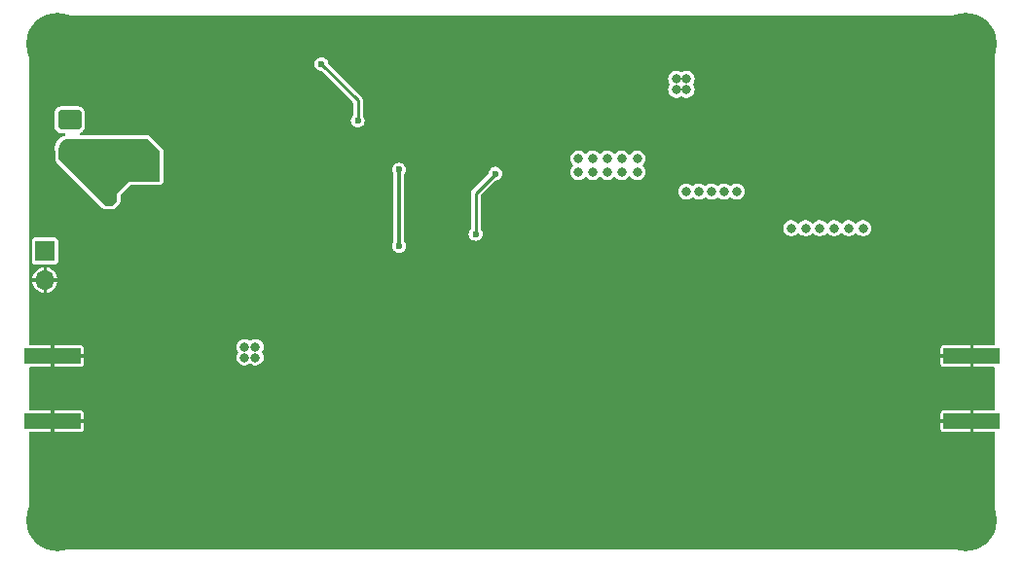
<source format=gbl>
%TF.GenerationSoftware,KiCad,Pcbnew,7.0.1*%
%TF.CreationDate,2023-07-29T01:53:36-07:00*%
%TF.ProjectId,FET_Amplifier_HW,4645545f-416d-4706-9c69-666965725f48,rev?*%
%TF.SameCoordinates,PX4b571c0PY5a995c0*%
%TF.FileFunction,Copper,L4,Bot*%
%TF.FilePolarity,Positive*%
%FSLAX46Y46*%
G04 Gerber Fmt 4.6, Leading zero omitted, Abs format (unit mm)*
G04 Created by KiCad (PCBNEW 7.0.1) date 2023-07-29 01:53:36*
%MOMM*%
%LPD*%
G01*
G04 APERTURE LIST*
G04 Aperture macros list*
%AMRoundRect*
0 Rectangle with rounded corners*
0 $1 Rounding radius*
0 $2 $3 $4 $5 $6 $7 $8 $9 X,Y pos of 4 corners*
0 Add a 4 corners polygon primitive as box body*
4,1,4,$2,$3,$4,$5,$6,$7,$8,$9,$2,$3,0*
0 Add four circle primitives for the rounded corners*
1,1,$1+$1,$2,$3*
1,1,$1+$1,$4,$5*
1,1,$1+$1,$6,$7*
1,1,$1+$1,$8,$9*
0 Add four rect primitives between the rounded corners*
20,1,$1+$1,$2,$3,$4,$5,0*
20,1,$1+$1,$4,$5,$6,$7,0*
20,1,$1+$1,$6,$7,$8,$9,0*
20,1,$1+$1,$8,$9,$2,$3,0*%
G04 Aperture macros list end*
%TA.AperFunction,SMDPad,CuDef*%
%ADD10R,4.900000X1.350000*%
%TD*%
%TA.AperFunction,ComponentPad*%
%ADD11R,1.700000X1.700000*%
%TD*%
%TA.AperFunction,ComponentPad*%
%ADD12O,1.700000X1.700000*%
%TD*%
%TA.AperFunction,ComponentPad*%
%ADD13C,0.800000*%
%TD*%
%TA.AperFunction,ComponentPad*%
%ADD14C,5.400000*%
%TD*%
%TA.AperFunction,ComponentPad*%
%ADD15RoundRect,0.250000X-0.750000X0.600000X-0.750000X-0.600000X0.750000X-0.600000X0.750000X0.600000X0*%
%TD*%
%TA.AperFunction,ComponentPad*%
%ADD16O,2.000000X1.700000*%
%TD*%
%TA.AperFunction,ViaPad*%
%ADD17C,0.600000*%
%TD*%
%TA.AperFunction,ViaPad*%
%ADD18C,0.800000*%
%TD*%
%TA.AperFunction,Conductor*%
%ADD19C,0.250000*%
%TD*%
%TA.AperFunction,Conductor*%
%ADD20C,0.350000*%
%TD*%
G04 APERTURE END LIST*
D10*
%TO.P,J1,2,Ext*%
%TO.N,GND*%
X2550000Y17325000D03*
X2550000Y11675000D03*
%TD*%
D11*
%TO.P,J2,1,Pin_1*%
%TO.N,/Power Conversion/BOOST_EN*%
X1900000Y26475000D03*
D12*
%TO.P,J2,2,Pin_2*%
%TO.N,GND*%
X1900000Y23935000D03*
%TD*%
D13*
%TO.P,H4,1,1*%
%TO.N,GND*%
X975000Y3000000D03*
X1568109Y4431891D03*
X1568109Y1568109D03*
X3000000Y5025000D03*
D14*
X3000000Y3000000D03*
D13*
X3000000Y975000D03*
X4431891Y4431891D03*
X4431891Y1568109D03*
X5025000Y3000000D03*
%TD*%
%TO.P,H1,1,1*%
%TO.N,GND*%
X975000Y44500000D03*
X1568109Y45931891D03*
X1568109Y43068109D03*
X3000000Y46525000D03*
D14*
X3000000Y44500000D03*
D13*
X3000000Y42475000D03*
X4431891Y45931891D03*
X4431891Y43068109D03*
X5025000Y44500000D03*
%TD*%
D10*
%TO.P,J5,2,Ext*%
%TO.N,GND*%
X82500000Y11675000D03*
X82500000Y17325000D03*
%TD*%
D15*
%TO.P,J3,1,Pin_1*%
%TO.N,/Power Conversion/VIN_EXT*%
X4050000Y37900000D03*
D16*
%TO.P,J3,2,Pin_2*%
%TO.N,/Power Conversion/BATT_GND*%
X4050000Y35400000D03*
%TD*%
D13*
%TO.P,H3,1,1*%
%TO.N,GND*%
X79975000Y3000000D03*
X80568109Y4431891D03*
X80568109Y1568109D03*
X82000000Y5025000D03*
D14*
X82000000Y3000000D03*
D13*
X82000000Y975000D03*
X83431891Y4431891D03*
X83431891Y1568109D03*
X84025000Y3000000D03*
%TD*%
%TO.P,H2,1,1*%
%TO.N,GND*%
X79975000Y44500000D03*
X80568109Y45931891D03*
X80568109Y43068109D03*
X82000000Y46525000D03*
D14*
X82000000Y44500000D03*
D13*
X82000000Y42475000D03*
X83431891Y45931891D03*
X83431891Y43068109D03*
X84025000Y44500000D03*
%TD*%
D17*
%TO.N,GND*%
X5550000Y17300000D03*
X2500000Y18550000D03*
X2500000Y10400000D03*
X8800000Y15350000D03*
X8800000Y13650000D03*
X6500000Y13650000D03*
X6500000Y15350000D03*
X5200000Y15800000D03*
X3850000Y15800000D03*
X2500000Y15800000D03*
X3850000Y13200000D03*
X5200000Y13200000D03*
X5550000Y11700000D03*
X2500000Y13200000D03*
X12650000Y5900000D03*
X11200000Y8700000D03*
X17950000Y5950000D03*
X21450000Y6050000D03*
X28150000Y7900000D03*
X25700000Y7900000D03*
X32100000Y6750000D03*
X31400000Y5850000D03*
X30000000Y9100000D03*
X30100000Y10800000D03*
X30350000Y14500000D03*
X31700000Y15300000D03*
%TO.N,BOOST_VOUT*%
X41050000Y33200000D03*
X39350000Y27950000D03*
%TO.N,GND*%
X52500000Y9600000D03*
X28550000Y19900000D03*
X33000000Y15800000D03*
X33000000Y13200000D03*
%TO.N,/Power Conversion/BOOST_EN*%
X25950000Y42750000D03*
X29100000Y37800000D03*
D18*
%TO.N,GND*%
X46350000Y21450000D03*
X44650000Y21450000D03*
X46350000Y7650000D03*
X44650000Y7650000D03*
X61000000Y15150000D03*
X58250000Y11200000D03*
D17*
X59750000Y10000000D03*
X65250000Y13550000D03*
X61275000Y10000000D03*
X62800000Y10000000D03*
X61550000Y13550000D03*
X66450000Y12050000D03*
X65850000Y10000000D03*
X66400000Y13200000D03*
X63400000Y13550000D03*
X66450000Y10950000D03*
X64325000Y10000000D03*
X78986440Y8085375D03*
X79000000Y6450000D03*
X78050000Y5050000D03*
X76187500Y5000000D03*
X74325000Y5000000D03*
X72462500Y5000000D03*
X68300000Y2200000D03*
X67400000Y1350000D03*
X66500000Y2200000D03*
X70600000Y5000000D03*
X69350000Y3700000D03*
X75100000Y8700000D03*
X73550000Y8600000D03*
X72250000Y8600000D03*
X70650000Y8550000D03*
X69050000Y8550000D03*
X67500000Y8000000D03*
X66650000Y7050000D03*
X65700000Y6200000D03*
X58300000Y4150000D03*
X58350000Y3000000D03*
X58300000Y5250000D03*
X61100000Y2650000D03*
X58950000Y6100000D03*
X60200000Y6200000D03*
X61500000Y6200000D03*
X59500000Y2650000D03*
X62750000Y2650000D03*
X64450000Y2650000D03*
X62850000Y6200000D03*
X64150000Y6200000D03*
X23950000Y5850000D03*
X24700000Y5250000D03*
X25400000Y5850000D03*
X28500000Y5850000D03*
X29250000Y5250000D03*
X29950000Y5850000D03*
X31950000Y9300000D03*
X32600000Y10050000D03*
X31950000Y10800000D03*
X75200000Y12900000D03*
X73400000Y12450000D03*
X71700000Y12450000D03*
X70050000Y12450000D03*
X68450000Y12450000D03*
X67300000Y12800000D03*
X67250000Y13950000D03*
X67250000Y15050000D03*
X67850000Y16000000D03*
X69150000Y16000000D03*
X70450000Y16000000D03*
X30900000Y45250000D03*
X29050000Y45250000D03*
X30000000Y45250000D03*
X51000000Y39750000D03*
X31120000Y36300000D03*
D18*
X56550000Y18750000D03*
X51950000Y18750000D03*
D17*
X71200000Y23400000D03*
D18*
X45500000Y22300000D03*
D17*
X44625000Y11100000D03*
X57675000Y37000000D03*
X75700000Y16000000D03*
D18*
X54350000Y18750000D03*
D17*
X45550000Y14100000D03*
X46475000Y16100000D03*
X14850000Y8050000D03*
X15850000Y8050000D03*
X62900000Y22150000D03*
D18*
X47200000Y20700000D03*
X49100000Y10800000D03*
D17*
X47400000Y12100000D03*
X82500000Y18650000D03*
X72100000Y23400000D03*
X43700000Y17100000D03*
X58525000Y37000000D03*
X47400000Y14100000D03*
X77000000Y10300000D03*
D18*
X59400000Y17400000D03*
D17*
X33620000Y35800000D03*
D18*
X53500000Y10800000D03*
D17*
X45550000Y13100000D03*
X46475000Y11100000D03*
X77000000Y16000000D03*
X45550000Y15100000D03*
X46475000Y15100000D03*
X45550000Y11100000D03*
D18*
X48500000Y7700000D03*
D17*
X45550000Y16100000D03*
X18100000Y11150000D03*
X34420000Y35800000D03*
X44625000Y12100000D03*
D18*
X46177140Y28000000D03*
D17*
X44625000Y16100000D03*
X64625000Y38000000D03*
D18*
X48905710Y28000000D03*
D17*
X45550000Y17100000D03*
X26050000Y35700000D03*
D18*
X48500000Y21500000D03*
D17*
X26020000Y33900000D03*
D18*
X49900000Y18750000D03*
D17*
X82500000Y10350000D03*
X14850000Y9250000D03*
D18*
X58250000Y12900000D03*
D17*
X21500000Y37750000D03*
D18*
X19050000Y23600000D03*
X43800000Y8400000D03*
X41800000Y10800000D03*
D17*
X14850000Y10450000D03*
X78300000Y16000000D03*
X73100000Y16000000D03*
X46000000Y18900000D03*
X45000000Y18900000D03*
X78400000Y10000000D03*
D18*
X43800000Y9900000D03*
D17*
X38150000Y16600000D03*
X16600000Y8200000D03*
X44625000Y18100000D03*
X47400000Y15100000D03*
X15350000Y9850000D03*
X37532233Y11032233D03*
X27000000Y35700000D03*
D18*
X48500000Y20000000D03*
D17*
X44625000Y17100000D03*
X14100000Y11200000D03*
X40150000Y11000000D03*
X46475000Y13100000D03*
D18*
X47541425Y28000000D03*
D17*
X63775000Y37000000D03*
X46450000Y39800000D03*
X15350000Y7450000D03*
X46000000Y10400000D03*
X44625000Y14100000D03*
D18*
X47200000Y6900000D03*
D17*
X61850000Y21800000D03*
X14100000Y10200000D03*
X82250000Y13000000D03*
X78300000Y13000000D03*
X45000000Y19700000D03*
X79400000Y17300000D03*
D18*
X42084285Y28000000D03*
D17*
X83550000Y16000000D03*
X43700000Y14100000D03*
D18*
X36650000Y20300000D03*
D17*
X44625000Y15100000D03*
X82250000Y16000000D03*
X16600000Y11200000D03*
D18*
X35770000Y28450000D03*
D17*
X61125000Y37000000D03*
X31620000Y37150000D03*
D18*
X47200000Y8400000D03*
D17*
X27000000Y29900000D03*
X15350000Y5850000D03*
X66525000Y38450000D03*
X31870000Y36300000D03*
X38300000Y17700000D03*
X62025000Y37000000D03*
X46475000Y12100000D03*
X66525000Y37700000D03*
D18*
X42500000Y9200000D03*
D17*
X25970000Y32800000D03*
X15850000Y10450000D03*
X62100000Y19150000D03*
X9000000Y40650000D03*
X79600000Y16000000D03*
X45550000Y18100000D03*
D18*
X43800000Y22300000D03*
D17*
X44625000Y13100000D03*
X41450000Y22100000D03*
X80900000Y13000000D03*
D18*
X7500000Y28600000D03*
X8000000Y27850000D03*
D17*
X26970000Y31750000D03*
X35200000Y13200000D03*
X47350000Y39800000D03*
X14100000Y9200000D03*
X16600000Y10200000D03*
X48200000Y39800000D03*
X27900000Y35700000D03*
X62100000Y20100000D03*
X7550000Y11150000D03*
D18*
X44812855Y28000000D03*
D17*
X47400000Y13100000D03*
X45000000Y9600000D03*
X41000000Y20300000D03*
X47400000Y18100000D03*
X62100000Y18300000D03*
D18*
X45500000Y20700000D03*
D17*
X71800000Y16000000D03*
X51850000Y39750000D03*
X43700000Y12100000D03*
D18*
X43800000Y20700000D03*
D17*
X25970000Y31750000D03*
D18*
X56500000Y12900000D03*
D17*
X59375000Y37000000D03*
X16600000Y9200000D03*
D18*
X31650000Y20400000D03*
X54900000Y11900000D03*
D17*
X65525000Y38400000D03*
X72950000Y23400000D03*
X15850000Y9250000D03*
D18*
X37970000Y28500000D03*
X9300000Y28650000D03*
X43800000Y19200000D03*
D17*
X75600000Y10000000D03*
D18*
X47200000Y9900000D03*
X18200000Y22650000D03*
D17*
X46475000Y17100000D03*
D18*
X50270000Y28000000D03*
X30250000Y20400000D03*
X47200000Y22300000D03*
D17*
X45550000Y12100000D03*
X46475000Y14100000D03*
D18*
X40720000Y28000000D03*
D17*
X23050000Y31650000D03*
X83550000Y13000000D03*
X43700000Y13100000D03*
X43700000Y11100000D03*
D18*
X47200000Y19200000D03*
D17*
X47400000Y16100000D03*
X15350000Y8650000D03*
X18720000Y32750000D03*
X17350000Y12650000D03*
D18*
X42500000Y7700000D03*
X8900000Y27850000D03*
X45500000Y6900000D03*
D17*
X26970000Y32800000D03*
X50100000Y39750000D03*
D18*
X58600000Y18750000D03*
D17*
X21520000Y31350000D03*
X43700000Y15100000D03*
X45000000Y10400000D03*
X46000000Y19700000D03*
X46000000Y9600000D03*
X14100000Y8200000D03*
X15350000Y11250000D03*
X26970000Y33900000D03*
X80900000Y16000000D03*
D18*
X48500000Y9200000D03*
D17*
X37450000Y13050000D03*
X62925000Y37000000D03*
X79400000Y11700000D03*
X9850000Y24800000D03*
D18*
X42500000Y20000000D03*
D17*
X39000000Y11500000D03*
X38250000Y12250000D03*
X43700000Y16100000D03*
D18*
X50800000Y10800000D03*
D17*
X43700000Y18100000D03*
X46475000Y18100000D03*
X79600000Y13000000D03*
X40500000Y18200000D03*
X74400000Y16000000D03*
X47400000Y17100000D03*
D18*
X45500000Y8400000D03*
X43800000Y6900000D03*
D17*
X47400000Y11100000D03*
X60800000Y21800000D03*
X14200000Y29050000D03*
X37400000Y15850000D03*
D18*
X59400000Y16100000D03*
D17*
X77000000Y13000000D03*
X59900000Y22200000D03*
D18*
X43448570Y28000000D03*
D17*
X35200000Y15800000D03*
X41650000Y18200000D03*
D18*
%TO.N,BOOST_VOUT*%
X56800000Y41450000D03*
X50800000Y34500000D03*
X50800000Y33350000D03*
X52050000Y33350000D03*
X49550000Y34500000D03*
X71800000Y28450000D03*
X56800000Y40500000D03*
X68050000Y28450000D03*
X66800000Y28450000D03*
X57700000Y41450000D03*
X73050000Y28450000D03*
X48300000Y33350000D03*
X49550000Y33350000D03*
X53400000Y33350000D03*
X70550000Y28450000D03*
X57700000Y40500000D03*
X69300000Y28450000D03*
X48300000Y34500000D03*
X53400000Y34500000D03*
X52050000Y34500000D03*
D17*
%TO.N,/Power Conversion/BATT_GND*%
X10900000Y34900000D03*
X7450000Y31800000D03*
X10900000Y33150000D03*
%TO.N,/Power Conversion/BOOST_DRV*%
X32700000Y26900000D03*
X32670000Y33550000D03*
D18*
%TO.N,V-5P0*%
X19250000Y18100000D03*
X62050000Y31650000D03*
X58787500Y31650000D03*
X60962500Y31650000D03*
X59875000Y31650000D03*
X57700000Y31650000D03*
X20200000Y17200000D03*
X20200000Y18100000D03*
X19250000Y17200000D03*
%TD*%
D19*
%TO.N,BOOST_VOUT*%
X39350000Y31500000D02*
X41050000Y33200000D01*
X39350000Y27950000D02*
X39350000Y31500000D01*
%TO.N,/Power Conversion/BOOST_EN*%
X29100000Y39600000D02*
X25950000Y42750000D01*
X29100000Y37800000D02*
X29100000Y39600000D01*
D20*
%TO.N,/Power Conversion/BOOST_DRV*%
X32670000Y26930000D02*
X32670000Y33550000D01*
X32700000Y26900000D02*
X32670000Y26930000D01*
%TD*%
%TA.AperFunction,Conductor*%
%TO.N,/Power Conversion/BATT_GND*%
G36*
X10796091Y36240561D02*
G01*
X10836319Y36213681D01*
X11863681Y35186319D01*
X11890561Y35146091D01*
X11900000Y35098638D01*
X11900000Y32624000D01*
X11883387Y32562000D01*
X11838000Y32516613D01*
X11776000Y32500000D01*
X9149999Y32500000D01*
X8150000Y31500001D01*
X8150000Y30851362D01*
X8140561Y30803909D01*
X8113681Y30763681D01*
X7786319Y30436319D01*
X7746091Y30409439D01*
X7698638Y30400000D01*
X7201362Y30400000D01*
X7153909Y30409439D01*
X7113681Y30436319D01*
X3136319Y34413681D01*
X3109439Y34453909D01*
X3100000Y34501362D01*
X3100000Y35248638D01*
X3109439Y35296091D01*
X3136319Y35336319D01*
X4013681Y36213681D01*
X4053909Y36240561D01*
X4101362Y36250000D01*
X10748638Y36250000D01*
X10796091Y36240561D01*
G37*
%TD.AperFunction*%
%TD*%
%TA.AperFunction,Conductor*%
%TO.N,GND*%
G36*
X81996091Y46990561D02*
G01*
X82036319Y46963681D01*
X84463681Y44536319D01*
X84490561Y44496091D01*
X84500000Y44448638D01*
X84500000Y18374000D01*
X84483387Y18312000D01*
X84438000Y18266613D01*
X84376000Y18250000D01*
X82650000Y18250000D01*
X82650000Y16400000D01*
X84376000Y16400000D01*
X84438000Y16383387D01*
X84483387Y16338000D01*
X84500000Y16276000D01*
X84500000Y12724000D01*
X84483387Y12662000D01*
X84438000Y12616613D01*
X84376000Y12600000D01*
X82650000Y12600000D01*
X82650000Y10750000D01*
X84376000Y10750000D01*
X84438000Y10733387D01*
X84483387Y10688000D01*
X84500000Y10626000D01*
X84500000Y3051362D01*
X84490561Y3003909D01*
X84463681Y2963681D01*
X82036319Y536319D01*
X81996091Y509439D01*
X81948638Y500000D01*
X3051362Y500000D01*
X3003909Y509439D01*
X2963681Y536319D01*
X536319Y2963681D01*
X509439Y3003909D01*
X500000Y3051362D01*
X500000Y10626000D01*
X516613Y10688000D01*
X562000Y10733387D01*
X624000Y10750000D01*
X2400000Y10750000D01*
X2400000Y11525000D01*
X2700000Y11525000D01*
X2700000Y10750000D01*
X5024625Y10750000D01*
X5097543Y10764505D01*
X5180239Y10819761D01*
X5235495Y10902457D01*
X5250000Y10975375D01*
X5250000Y11525000D01*
X79800000Y11525000D01*
X79800000Y10975375D01*
X79814504Y10902457D01*
X79869760Y10819761D01*
X79952456Y10764505D01*
X80025375Y10750000D01*
X82350000Y10750000D01*
X82350000Y11525000D01*
X79800000Y11525000D01*
X5250000Y11525000D01*
X2700000Y11525000D01*
X2400000Y11525000D01*
X2400000Y12600000D01*
X2700000Y12600000D01*
X2700000Y11825000D01*
X5250000Y11825000D01*
X79800000Y11825000D01*
X82350000Y11825000D01*
X82350000Y12600000D01*
X80025375Y12600000D01*
X79952456Y12585496D01*
X79869760Y12530240D01*
X79814504Y12447544D01*
X79800000Y12374625D01*
X79800000Y11825000D01*
X5250000Y11825000D01*
X5250000Y12374625D01*
X5235495Y12447544D01*
X5180239Y12530240D01*
X5097543Y12585496D01*
X5024625Y12600000D01*
X2700000Y12600000D01*
X2400000Y12600000D01*
X624000Y12600000D01*
X562000Y12616613D01*
X516613Y12662000D01*
X500000Y12724000D01*
X500000Y16276000D01*
X516613Y16338000D01*
X562000Y16383387D01*
X624000Y16400000D01*
X2400000Y16400000D01*
X2400000Y17175000D01*
X2700000Y17175000D01*
X2700000Y16400000D01*
X5024625Y16400000D01*
X5097543Y16414505D01*
X5180239Y16469761D01*
X5235495Y16552457D01*
X5250000Y16625375D01*
X5250000Y17175000D01*
X2700000Y17175000D01*
X2400000Y17175000D01*
X2400000Y17200000D01*
X18544354Y17200000D01*
X18564860Y17031128D01*
X18625182Y16872070D01*
X18721815Y16732073D01*
X18721816Y16732072D01*
X18721817Y16732071D01*
X18849148Y16619266D01*
X18999775Y16540210D01*
X19164944Y16499500D01*
X19335055Y16499500D01*
X19335056Y16499500D01*
X19500225Y16540210D01*
X19650852Y16619266D01*
X19650851Y16619266D01*
X19664184Y16626263D01*
X19665385Y16623975D01*
X19695299Y16639685D01*
X19754662Y16639694D01*
X19784615Y16623976D01*
X19785816Y16626263D01*
X19949773Y16540211D01*
X19949775Y16540210D01*
X20114944Y16499500D01*
X20285055Y16499500D01*
X20285056Y16499500D01*
X20450225Y16540210D01*
X20600852Y16619266D01*
X20728183Y16732071D01*
X20824818Y16872070D01*
X20885140Y17031128D01*
X20902609Y17175000D01*
X79800000Y17175000D01*
X79800000Y16625375D01*
X79814504Y16552457D01*
X79869760Y16469761D01*
X79952456Y16414505D01*
X80025375Y16400000D01*
X82350000Y16400000D01*
X82350000Y17175000D01*
X79800000Y17175000D01*
X20902609Y17175000D01*
X20905645Y17200000D01*
X20885140Y17368872D01*
X20844891Y17475000D01*
X79800000Y17475000D01*
X82350000Y17475000D01*
X82350000Y18250000D01*
X80025375Y18250000D01*
X79952456Y18235496D01*
X79869760Y18180240D01*
X79814504Y18097544D01*
X79800000Y18024625D01*
X79800000Y17475000D01*
X20844891Y17475000D01*
X20824818Y17527930D01*
X20814851Y17542369D01*
X20789180Y17579561D01*
X20769736Y17625198D01*
X20769736Y17674805D01*
X20789181Y17720442D01*
X20824818Y17772070D01*
X20885140Y17931128D01*
X20905645Y18100000D01*
X20885140Y18268872D01*
X20824818Y18427930D01*
X20728183Y18567929D01*
X20600852Y18680734D01*
X20586588Y18688220D01*
X20450224Y18759791D01*
X20325764Y18790467D01*
X20285056Y18800500D01*
X20114944Y18800500D01*
X20082284Y18792451D01*
X19949775Y18759791D01*
X19858733Y18712008D01*
X19799148Y18680734D01*
X19799146Y18680733D01*
X19785818Y18673737D01*
X19784617Y18676024D01*
X19754668Y18660309D01*
X19695332Y18660309D01*
X19665382Y18676024D01*
X19664182Y18673737D01*
X19650853Y18680733D01*
X19650852Y18680734D01*
X19561275Y18727749D01*
X19500224Y18759791D01*
X19375764Y18790467D01*
X19335056Y18800500D01*
X19164944Y18800500D01*
X19132284Y18792451D01*
X18999775Y18759791D01*
X18849149Y18680735D01*
X18721815Y18567928D01*
X18625182Y18427931D01*
X18564860Y18268873D01*
X18544354Y18100000D01*
X18564860Y17931128D01*
X18625182Y17772070D01*
X18660819Y17720441D01*
X18680263Y17674805D01*
X18680263Y17625199D01*
X18660820Y17579562D01*
X18625182Y17527931D01*
X18564860Y17368873D01*
X18544354Y17200000D01*
X2400000Y17200000D01*
X2400000Y18250000D01*
X2700000Y18250000D01*
X2700000Y17475000D01*
X5250000Y17475000D01*
X5250000Y18024625D01*
X5235495Y18097544D01*
X5180239Y18180240D01*
X5097543Y18235496D01*
X5024625Y18250000D01*
X2700000Y18250000D01*
X2400000Y18250000D01*
X624000Y18250000D01*
X562000Y18266613D01*
X516613Y18312000D01*
X500000Y18374000D01*
X500000Y23785000D01*
X809187Y23785000D01*
X814097Y23732009D01*
X869885Y23535932D01*
X960751Y23353447D01*
X1083607Y23190759D01*
X1234259Y23053422D01*
X1407588Y22946101D01*
X1597679Y22872460D01*
X1750000Y22843986D01*
X1750000Y23785000D01*
X2050000Y23785000D01*
X2050000Y22843986D01*
X2202320Y22872460D01*
X2392411Y22946101D01*
X2565740Y23053422D01*
X2716392Y23190759D01*
X2839248Y23353447D01*
X2930114Y23535932D01*
X2985902Y23732009D01*
X2990813Y23785000D01*
X2050000Y23785000D01*
X1750000Y23785000D01*
X809187Y23785000D01*
X500000Y23785000D01*
X500000Y24085001D01*
X809186Y24085001D01*
X809187Y24085000D01*
X1750000Y24085000D01*
X1750000Y25026014D01*
X2050000Y25026014D01*
X2050000Y24085000D01*
X2990813Y24085000D01*
X2990813Y24085001D01*
X2985902Y24137992D01*
X2930114Y24334069D01*
X2839248Y24516554D01*
X2716392Y24679242D01*
X2565740Y24816579D01*
X2392411Y24923900D01*
X2202320Y24997541D01*
X2050000Y25026014D01*
X1750000Y25026014D01*
X1597679Y24997541D01*
X1407588Y24923900D01*
X1234259Y24816579D01*
X1083607Y24679242D01*
X960751Y24516554D01*
X869885Y24334069D01*
X814097Y24137992D01*
X809186Y24085001D01*
X500000Y24085001D01*
X500000Y25580133D01*
X749500Y25580133D01*
X752414Y25555012D01*
X797795Y25452233D01*
X877232Y25372796D01*
X877233Y25372796D01*
X877235Y25372794D01*
X980009Y25327415D01*
X1005135Y25324500D01*
X2794864Y25324501D01*
X2794867Y25324501D01*
X2807427Y25325959D01*
X2819991Y25327415D01*
X2922765Y25372794D01*
X3002206Y25452235D01*
X3047585Y25555009D01*
X3050500Y25580135D01*
X3050499Y27369864D01*
X3047585Y27394991D01*
X3002206Y27497765D01*
X3002204Y27497767D01*
X3002204Y27497768D01*
X2922767Y27577205D01*
X2922765Y27577206D01*
X2819991Y27622585D01*
X2794865Y27625500D01*
X2794863Y27625500D01*
X1005132Y27625500D01*
X980011Y27622586D01*
X877232Y27577205D01*
X797795Y27497768D01*
X752415Y27394991D01*
X749500Y27369864D01*
X749500Y25580133D01*
X500000Y25580133D01*
X500000Y35293390D01*
X2749500Y35293390D01*
X2788679Y35083802D01*
X2788680Y35083799D01*
X2790791Y35072508D01*
X2789514Y35072270D01*
X2794500Y35045598D01*
X2794500Y34501362D01*
X2800370Y34441758D01*
X2809806Y34394319D01*
X2809808Y34394310D01*
X2809809Y34394309D01*
X2827194Y34336998D01*
X2827195Y34336997D01*
X2855426Y34284182D01*
X2882308Y34243951D01*
X2920300Y34197657D01*
X6897656Y30220301D01*
X6897660Y30220298D01*
X6943952Y30182307D01*
X6984180Y30155427D01*
X7036998Y30127194D01*
X7094309Y30109809D01*
X7094315Y30109808D01*
X7094318Y30109807D01*
X7140558Y30100610D01*
X7141762Y30100370D01*
X7201362Y30094500D01*
X7698638Y30094500D01*
X7758238Y30100370D01*
X7805691Y30109809D01*
X7863002Y30127194D01*
X7915820Y30155427D01*
X7956048Y30182307D01*
X8002340Y30220298D01*
X8329702Y30547660D01*
X8367693Y30593952D01*
X8394573Y30634180D01*
X8422806Y30686998D01*
X8440191Y30744309D01*
X8449630Y30791762D01*
X8455500Y30851362D01*
X8455500Y31322097D01*
X8464939Y31369550D01*
X8491819Y31409778D01*
X9240222Y32158181D01*
X9280450Y32185061D01*
X9327903Y32194500D01*
X11776001Y32194500D01*
X11791813Y32196582D01*
X11855070Y32204910D01*
X11917070Y32221523D01*
X11990750Y32252042D01*
X12054021Y32300592D01*
X12099408Y32345979D01*
X12147958Y32409250D01*
X12178477Y32482930D01*
X12195090Y32544930D01*
X12205500Y32624000D01*
X12205500Y33550000D01*
X32064317Y33550000D01*
X32084956Y33393238D01*
X32145463Y33247160D01*
X32168875Y33216649D01*
X32187919Y33181021D01*
X32194500Y33141162D01*
X32194500Y27269742D01*
X32187920Y27229885D01*
X32181560Y27217987D01*
X32181711Y27217924D01*
X32114956Y27056763D01*
X32094317Y26900001D01*
X32114956Y26743238D01*
X32175463Y26597160D01*
X32271717Y26471718D01*
X32397158Y26375465D01*
X32397159Y26375464D01*
X32543238Y26314956D01*
X32700000Y26294318D01*
X32856762Y26314956D01*
X33002841Y26375464D01*
X33128282Y26471718D01*
X33224536Y26597159D01*
X33285044Y26743238D01*
X33305682Y26900000D01*
X33285044Y27056762D01*
X33224536Y27202841D01*
X33171122Y27272452D01*
X33152081Y27308076D01*
X33145500Y27347935D01*
X33145500Y27950001D01*
X38744317Y27950001D01*
X38764956Y27793238D01*
X38825463Y27647160D01*
X38921717Y27521718D01*
X39047158Y27425465D01*
X39047159Y27425464D01*
X39193238Y27364956D01*
X39350000Y27344318D01*
X39506762Y27364956D01*
X39652841Y27425464D01*
X39778282Y27521718D01*
X39874536Y27647159D01*
X39935044Y27793238D01*
X39955682Y27950000D01*
X39935044Y28106762D01*
X39874536Y28252841D01*
X39801121Y28348518D01*
X39782081Y28384140D01*
X39775500Y28423999D01*
X39775500Y28450001D01*
X66094354Y28450001D01*
X66114860Y28281128D01*
X66175182Y28122070D01*
X66271815Y27982073D01*
X66271816Y27982072D01*
X66271817Y27982071D01*
X66399148Y27869266D01*
X66549775Y27790210D01*
X66714944Y27749500D01*
X66885055Y27749500D01*
X66885056Y27749500D01*
X67050225Y27790210D01*
X67200852Y27869266D01*
X67328183Y27982071D01*
X67328184Y27982073D01*
X67339453Y27992056D01*
X67340915Y27990406D01*
X67367374Y28013846D01*
X67425000Y28028050D01*
X67482626Y28013846D01*
X67509084Y27990406D01*
X67510547Y27992056D01*
X67521815Y27982073D01*
X67521817Y27982071D01*
X67649148Y27869266D01*
X67799775Y27790210D01*
X67964944Y27749500D01*
X68135055Y27749500D01*
X68135056Y27749500D01*
X68300225Y27790210D01*
X68450852Y27869266D01*
X68578183Y27982071D01*
X68578184Y27982073D01*
X68589453Y27992056D01*
X68590915Y27990406D01*
X68617374Y28013846D01*
X68675000Y28028050D01*
X68732626Y28013846D01*
X68759084Y27990406D01*
X68760547Y27992056D01*
X68771815Y27982073D01*
X68771817Y27982071D01*
X68899148Y27869266D01*
X69049775Y27790210D01*
X69214944Y27749500D01*
X69385055Y27749500D01*
X69385056Y27749500D01*
X69550225Y27790210D01*
X69700852Y27869266D01*
X69828183Y27982071D01*
X69828184Y27982073D01*
X69839453Y27992056D01*
X69840915Y27990406D01*
X69867374Y28013846D01*
X69925000Y28028050D01*
X69982626Y28013846D01*
X70009084Y27990406D01*
X70010547Y27992056D01*
X70021815Y27982073D01*
X70021817Y27982071D01*
X70149148Y27869266D01*
X70299775Y27790210D01*
X70464944Y27749500D01*
X70635055Y27749500D01*
X70635056Y27749500D01*
X70800225Y27790210D01*
X70950852Y27869266D01*
X71078183Y27982071D01*
X71078184Y27982073D01*
X71089453Y27992056D01*
X71090915Y27990406D01*
X71117374Y28013846D01*
X71175000Y28028050D01*
X71232626Y28013846D01*
X71259084Y27990406D01*
X71260547Y27992056D01*
X71271815Y27982073D01*
X71271817Y27982071D01*
X71399148Y27869266D01*
X71549775Y27790210D01*
X71714944Y27749500D01*
X71885055Y27749500D01*
X71885056Y27749500D01*
X72050225Y27790210D01*
X72200852Y27869266D01*
X72328183Y27982071D01*
X72328184Y27982073D01*
X72339453Y27992056D01*
X72340915Y27990406D01*
X72367374Y28013846D01*
X72425000Y28028050D01*
X72482626Y28013846D01*
X72509084Y27990406D01*
X72510547Y27992056D01*
X72521815Y27982073D01*
X72521817Y27982071D01*
X72649148Y27869266D01*
X72799775Y27790210D01*
X72964944Y27749500D01*
X73135055Y27749500D01*
X73135056Y27749500D01*
X73300225Y27790210D01*
X73450852Y27869266D01*
X73578183Y27982071D01*
X73674818Y28122070D01*
X73735140Y28281128D01*
X73755645Y28450000D01*
X73735140Y28618872D01*
X73674818Y28777930D01*
X73578183Y28917929D01*
X73450852Y29030734D01*
X73436588Y29038220D01*
X73300224Y29109791D01*
X73175765Y29140467D01*
X73135056Y29150500D01*
X72964944Y29150500D01*
X72932284Y29142451D01*
X72799775Y29109791D01*
X72649149Y29030735D01*
X72649147Y29030734D01*
X72649148Y29030734D01*
X72521817Y28917929D01*
X72521815Y28917928D01*
X72510547Y28907944D01*
X72509084Y28909595D01*
X72482621Y28886152D01*
X72425000Y28871951D01*
X72367379Y28886152D01*
X72340915Y28909595D01*
X72339453Y28907944D01*
X72328184Y28917928D01*
X72328183Y28917929D01*
X72200852Y29030734D01*
X72186588Y29038220D01*
X72050224Y29109791D01*
X71925765Y29140467D01*
X71885056Y29150500D01*
X71714944Y29150500D01*
X71682284Y29142451D01*
X71549775Y29109791D01*
X71399149Y29030735D01*
X71399147Y29030734D01*
X71399148Y29030734D01*
X71271817Y28917929D01*
X71271815Y28917928D01*
X71260547Y28907944D01*
X71259084Y28909595D01*
X71232621Y28886152D01*
X71175000Y28871951D01*
X71117379Y28886152D01*
X71090915Y28909595D01*
X71089453Y28907944D01*
X71078184Y28917928D01*
X71078183Y28917929D01*
X70950852Y29030734D01*
X70936588Y29038220D01*
X70800224Y29109791D01*
X70675765Y29140467D01*
X70635056Y29150500D01*
X70464944Y29150500D01*
X70432284Y29142451D01*
X70299775Y29109791D01*
X70149149Y29030735D01*
X70149147Y29030734D01*
X70149148Y29030734D01*
X70021817Y28917929D01*
X70021815Y28917928D01*
X70010547Y28907944D01*
X70009084Y28909595D01*
X69982621Y28886152D01*
X69925000Y28871951D01*
X69867379Y28886152D01*
X69840915Y28909595D01*
X69839453Y28907944D01*
X69828184Y28917928D01*
X69828183Y28917929D01*
X69700852Y29030734D01*
X69686588Y29038220D01*
X69550224Y29109791D01*
X69425765Y29140467D01*
X69385056Y29150500D01*
X69214944Y29150500D01*
X69182284Y29142451D01*
X69049775Y29109791D01*
X68899149Y29030735D01*
X68899147Y29030734D01*
X68899148Y29030734D01*
X68771817Y28917929D01*
X68771815Y28917928D01*
X68760547Y28907944D01*
X68759084Y28909595D01*
X68732621Y28886152D01*
X68675000Y28871951D01*
X68617379Y28886152D01*
X68590915Y28909595D01*
X68589453Y28907944D01*
X68578184Y28917928D01*
X68578183Y28917929D01*
X68450852Y29030734D01*
X68436588Y29038220D01*
X68300224Y29109791D01*
X68175765Y29140467D01*
X68135056Y29150500D01*
X67964944Y29150500D01*
X67932284Y29142451D01*
X67799775Y29109791D01*
X67649149Y29030735D01*
X67649147Y29030734D01*
X67649148Y29030734D01*
X67521817Y28917929D01*
X67521815Y28917928D01*
X67510547Y28907944D01*
X67509084Y28909595D01*
X67482621Y28886152D01*
X67425000Y28871951D01*
X67367379Y28886152D01*
X67340915Y28909595D01*
X67339453Y28907944D01*
X67328184Y28917928D01*
X67328183Y28917929D01*
X67200852Y29030734D01*
X67186588Y29038220D01*
X67050224Y29109791D01*
X66925765Y29140467D01*
X66885056Y29150500D01*
X66714944Y29150500D01*
X66682284Y29142451D01*
X66549775Y29109791D01*
X66399149Y29030735D01*
X66271815Y28917928D01*
X66175182Y28777931D01*
X66114860Y28618873D01*
X66094354Y28450001D01*
X39775500Y28450001D01*
X39775500Y31272390D01*
X39784939Y31319843D01*
X39811819Y31360071D01*
X39985236Y31533488D01*
X40101748Y31650000D01*
X56994354Y31650000D01*
X57014860Y31481128D01*
X57075182Y31322070D01*
X57171815Y31182073D01*
X57171816Y31182072D01*
X57171817Y31182071D01*
X57299148Y31069266D01*
X57449775Y30990210D01*
X57614944Y30949500D01*
X57785055Y30949500D01*
X57785056Y30949500D01*
X57950225Y30990210D01*
X58100852Y31069266D01*
X58161524Y31123017D01*
X58214075Y31150598D01*
X58273425Y31150598D01*
X58325975Y31123017D01*
X58386648Y31069266D01*
X58537275Y30990210D01*
X58702444Y30949500D01*
X58872555Y30949500D01*
X58872556Y30949500D01*
X59037725Y30990210D01*
X59188352Y31069266D01*
X59249024Y31123017D01*
X59301575Y31150598D01*
X59360925Y31150598D01*
X59413475Y31123017D01*
X59474148Y31069266D01*
X59624775Y30990210D01*
X59789944Y30949500D01*
X59960055Y30949500D01*
X59960056Y30949500D01*
X60125225Y30990210D01*
X60275852Y31069266D01*
X60336524Y31123017D01*
X60389075Y31150598D01*
X60448425Y31150598D01*
X60500975Y31123017D01*
X60561648Y31069266D01*
X60712275Y30990210D01*
X60877444Y30949500D01*
X61047555Y30949500D01*
X61047556Y30949500D01*
X61212725Y30990210D01*
X61363352Y31069266D01*
X61424024Y31123017D01*
X61476575Y31150598D01*
X61535925Y31150598D01*
X61588475Y31123017D01*
X61649148Y31069266D01*
X61799775Y30990210D01*
X61964944Y30949500D01*
X62135055Y30949500D01*
X62135056Y30949500D01*
X62300225Y30990210D01*
X62450852Y31069266D01*
X62578183Y31182071D01*
X62674818Y31322070D01*
X62735140Y31481128D01*
X62755645Y31650000D01*
X62735140Y31818872D01*
X62674818Y31977930D01*
X62578183Y32117929D01*
X62450852Y32230734D01*
X62436588Y32238221D01*
X62300224Y32309791D01*
X62175765Y32340467D01*
X62135056Y32350500D01*
X61964944Y32350500D01*
X61932284Y32342451D01*
X61799775Y32309791D01*
X61649146Y32230733D01*
X61588476Y32176984D01*
X61535925Y32149403D01*
X61476575Y32149403D01*
X61424024Y32176984D01*
X61363353Y32230733D01*
X61363352Y32230734D01*
X61288038Y32270263D01*
X61212724Y32309791D01*
X61088265Y32340467D01*
X61047556Y32350500D01*
X60877444Y32350500D01*
X60844784Y32342451D01*
X60712275Y32309791D01*
X60561646Y32230733D01*
X60500976Y32176984D01*
X60448425Y32149403D01*
X60389075Y32149403D01*
X60336524Y32176984D01*
X60275853Y32230733D01*
X60275852Y32230734D01*
X60200538Y32270263D01*
X60125224Y32309791D01*
X60000765Y32340467D01*
X59960056Y32350500D01*
X59789944Y32350500D01*
X59757284Y32342451D01*
X59624775Y32309791D01*
X59474146Y32230733D01*
X59413476Y32176984D01*
X59360925Y32149403D01*
X59301575Y32149403D01*
X59249024Y32176984D01*
X59188353Y32230733D01*
X59188352Y32230734D01*
X59113038Y32270263D01*
X59037724Y32309791D01*
X58913265Y32340467D01*
X58872556Y32350500D01*
X58702444Y32350500D01*
X58669784Y32342451D01*
X58537275Y32309791D01*
X58386646Y32230733D01*
X58325976Y32176984D01*
X58273425Y32149403D01*
X58214075Y32149403D01*
X58161524Y32176984D01*
X58100853Y32230733D01*
X58100852Y32230734D01*
X58025538Y32270263D01*
X57950224Y32309791D01*
X57825765Y32340467D01*
X57785056Y32350500D01*
X57614944Y32350500D01*
X57582284Y32342451D01*
X57449775Y32309791D01*
X57299149Y32230735D01*
X57171815Y32117928D01*
X57075182Y31977931D01*
X57014860Y31818873D01*
X56994354Y31650000D01*
X40101748Y31650000D01*
X41015706Y32563961D01*
X41048540Y32587489D01*
X41087195Y32599215D01*
X41206762Y32614956D01*
X41352841Y32675464D01*
X41478282Y32771718D01*
X41574536Y32897159D01*
X41635044Y33043238D01*
X41655682Y33200000D01*
X41635934Y33350001D01*
X47594354Y33350001D01*
X47614860Y33181128D01*
X47675182Y33022070D01*
X47771815Y32882073D01*
X47771816Y32882072D01*
X47771817Y32882071D01*
X47899148Y32769266D01*
X48049775Y32690210D01*
X48214944Y32649500D01*
X48385055Y32649500D01*
X48385056Y32649500D01*
X48550225Y32690210D01*
X48700852Y32769266D01*
X48828183Y32882071D01*
X48828184Y32882073D01*
X48839453Y32892056D01*
X48840915Y32890406D01*
X48867374Y32913846D01*
X48925000Y32928050D01*
X48982626Y32913846D01*
X49009084Y32890406D01*
X49010547Y32892056D01*
X49021815Y32882073D01*
X49021817Y32882071D01*
X49149148Y32769266D01*
X49299775Y32690210D01*
X49464944Y32649500D01*
X49635055Y32649500D01*
X49635056Y32649500D01*
X49800225Y32690210D01*
X49950852Y32769266D01*
X50078183Y32882071D01*
X50078184Y32882073D01*
X50089453Y32892056D01*
X50090915Y32890406D01*
X50117374Y32913846D01*
X50175000Y32928050D01*
X50232626Y32913846D01*
X50259084Y32890406D01*
X50260547Y32892056D01*
X50271815Y32882073D01*
X50271817Y32882071D01*
X50399148Y32769266D01*
X50549775Y32690210D01*
X50714944Y32649500D01*
X50885055Y32649500D01*
X50885056Y32649500D01*
X51050225Y32690210D01*
X51200852Y32769266D01*
X51328183Y32882071D01*
X51328184Y32882073D01*
X51339453Y32892056D01*
X51340915Y32890406D01*
X51367374Y32913846D01*
X51425000Y32928050D01*
X51482626Y32913846D01*
X51509084Y32890406D01*
X51510547Y32892056D01*
X51521815Y32882073D01*
X51521817Y32882071D01*
X51649148Y32769266D01*
X51799775Y32690210D01*
X51964944Y32649500D01*
X52135055Y32649500D01*
X52135056Y32649500D01*
X52300225Y32690210D01*
X52450852Y32769266D01*
X52578183Y32882071D01*
X52622950Y32946928D01*
X52667374Y32986284D01*
X52725000Y33000487D01*
X52782626Y32986284D01*
X52827050Y32946927D01*
X52871815Y32882073D01*
X52871816Y32882072D01*
X52871817Y32882071D01*
X52999148Y32769266D01*
X53149775Y32690210D01*
X53314944Y32649500D01*
X53485055Y32649500D01*
X53485056Y32649500D01*
X53650225Y32690210D01*
X53800852Y32769266D01*
X53928183Y32882071D01*
X54024818Y33022070D01*
X54085140Y33181128D01*
X54105645Y33350000D01*
X54085140Y33518872D01*
X54024818Y33677930D01*
X53928183Y33817929D01*
X53912089Y33832187D01*
X53875213Y33890504D01*
X53875215Y33959503D01*
X53912091Y34017816D01*
X53928183Y34032071D01*
X54024818Y34172070D01*
X54085140Y34331128D01*
X54105645Y34500000D01*
X54085140Y34668872D01*
X54024818Y34827930D01*
X53933936Y34959595D01*
X53928184Y34967928D01*
X53840512Y35045598D01*
X53800852Y35080734D01*
X53766739Y35098638D01*
X53650224Y35159791D01*
X53525764Y35190467D01*
X53485056Y35200500D01*
X53314944Y35200500D01*
X53282284Y35192451D01*
X53149775Y35159791D01*
X52999149Y35080735D01*
X52871814Y34967927D01*
X52827049Y34903073D01*
X52782625Y34863717D01*
X52725000Y34849514D01*
X52667375Y34863717D01*
X52622951Y34903073D01*
X52578185Y34967927D01*
X52490512Y35045598D01*
X52450852Y35080734D01*
X52416739Y35098638D01*
X52300224Y35159791D01*
X52175764Y35190467D01*
X52135056Y35200500D01*
X51964944Y35200500D01*
X51932284Y35192451D01*
X51799775Y35159791D01*
X51649149Y35080735D01*
X51649147Y35080734D01*
X51649148Y35080734D01*
X51521817Y34967929D01*
X51521815Y34967928D01*
X51510547Y34957944D01*
X51509084Y34959595D01*
X51482621Y34936152D01*
X51425000Y34921951D01*
X51367379Y34936152D01*
X51340915Y34959595D01*
X51339453Y34957944D01*
X51328184Y34967928D01*
X51328183Y34967929D01*
X51200852Y35080734D01*
X51166739Y35098638D01*
X51050224Y35159791D01*
X50925764Y35190467D01*
X50885056Y35200500D01*
X50714944Y35200500D01*
X50682284Y35192451D01*
X50549775Y35159791D01*
X50399149Y35080735D01*
X50399147Y35080734D01*
X50399148Y35080734D01*
X50271817Y34967929D01*
X50271815Y34967928D01*
X50260547Y34957944D01*
X50259084Y34959595D01*
X50232621Y34936152D01*
X50175000Y34921951D01*
X50117379Y34936152D01*
X50090915Y34959595D01*
X50089453Y34957944D01*
X50078184Y34967928D01*
X50078183Y34967929D01*
X49950852Y35080734D01*
X49916739Y35098638D01*
X49800224Y35159791D01*
X49675764Y35190467D01*
X49635056Y35200500D01*
X49464944Y35200500D01*
X49432284Y35192451D01*
X49299775Y35159791D01*
X49149149Y35080735D01*
X49149147Y35080734D01*
X49149148Y35080734D01*
X49021817Y34967929D01*
X49021815Y34967928D01*
X49010547Y34957944D01*
X49009084Y34959595D01*
X48982621Y34936152D01*
X48925000Y34921951D01*
X48867379Y34936152D01*
X48840915Y34959595D01*
X48839453Y34957944D01*
X48828184Y34967928D01*
X48828183Y34967929D01*
X48700852Y35080734D01*
X48666739Y35098638D01*
X48550224Y35159791D01*
X48425764Y35190467D01*
X48385056Y35200500D01*
X48214944Y35200500D01*
X48182284Y35192451D01*
X48049775Y35159791D01*
X47899149Y35080735D01*
X47771815Y34967928D01*
X47675182Y34827931D01*
X47614860Y34668873D01*
X47594354Y34500000D01*
X47614860Y34331128D01*
X47675182Y34172070D01*
X47771816Y34032072D01*
X47787909Y34017815D01*
X47824785Y33959499D01*
X47824785Y33890501D01*
X47787909Y33832185D01*
X47771816Y33817929D01*
X47675182Y33677931D01*
X47614860Y33518873D01*
X47594354Y33350001D01*
X41635934Y33350001D01*
X41635044Y33356762D01*
X41574536Y33502841D01*
X41562234Y33518873D01*
X41478282Y33628283D01*
X41352840Y33724537D01*
X41206762Y33785044D01*
X41049999Y33805683D01*
X40893237Y33785044D01*
X40747159Y33724537D01*
X40621717Y33628283D01*
X40525463Y33502841D01*
X40464956Y33356763D01*
X40449215Y33237201D01*
X40437488Y33198543D01*
X40413957Y33165706D01*
X39079338Y31831087D01*
X39079339Y31831087D01*
X39001470Y31753218D01*
X38990509Y31731706D01*
X38980347Y31715123D01*
X38966151Y31695583D01*
X38958687Y31672613D01*
X38951244Y31654644D01*
X38940280Y31633126D01*
X38936503Y31609277D01*
X38931962Y31590361D01*
X38924500Y31567394D01*
X38924500Y28423999D01*
X38917919Y28384140D01*
X38898878Y28348518D01*
X38847169Y28281128D01*
X38825462Y28252839D01*
X38764956Y28106763D01*
X38744317Y27950001D01*
X33145500Y27950001D01*
X33145500Y33141162D01*
X33152081Y33181021D01*
X33171125Y33216649D01*
X33174550Y33221114D01*
X33194536Y33247159D01*
X33255044Y33393238D01*
X33275682Y33550000D01*
X33255044Y33706762D01*
X33194536Y33852841D01*
X33112692Y33959503D01*
X33098282Y33978283D01*
X32972840Y34074537D01*
X32826762Y34135044D01*
X32670000Y34155683D01*
X32513237Y34135044D01*
X32367159Y34074537D01*
X32241717Y33978283D01*
X32145463Y33852841D01*
X32084956Y33706763D01*
X32064317Y33550000D01*
X12205500Y33550000D01*
X12205500Y35098638D01*
X12199630Y35158238D01*
X12190191Y35205691D01*
X12172806Y35263002D01*
X12144573Y35315820D01*
X12117693Y35356048D01*
X12079702Y35402340D01*
X12079699Y35402344D01*
X11052343Y36429700D01*
X11006049Y36467692D01*
X10991513Y36477405D01*
X10965820Y36494573D01*
X10913002Y36522806D01*
X10855691Y36540191D01*
X10855690Y36540192D01*
X10855681Y36540194D01*
X10808242Y36549630D01*
X10748638Y36555500D01*
X5065127Y36555500D01*
X4999977Y36573994D01*
X4954260Y36623961D01*
X4941615Y36690494D01*
X4965813Y36753748D01*
X5019636Y36794854D01*
X5043066Y36804095D01*
X5072342Y36815639D01*
X5192922Y36907078D01*
X5284361Y37027658D01*
X5339877Y37168436D01*
X5350500Y37256898D01*
X5350500Y38543102D01*
X5339877Y38631564D01*
X5339876Y38631566D01*
X5339876Y38631568D01*
X5284361Y38772341D01*
X5284361Y38772342D01*
X5238641Y38832633D01*
X5192922Y38892923D01*
X5113416Y38953214D01*
X5072342Y38984361D01*
X5072340Y38984362D01*
X4931567Y39039877D01*
X4887333Y39045189D01*
X4843102Y39050500D01*
X3256898Y39050500D01*
X3218985Y39045948D01*
X3168432Y39039877D01*
X3027659Y38984362D01*
X2907077Y38892923D01*
X2815638Y38772341D01*
X2760123Y38631568D01*
X2749500Y38543099D01*
X2749500Y37256901D01*
X2760123Y37168433D01*
X2815638Y37027660D01*
X2815639Y37027658D01*
X2846787Y36986584D01*
X2907077Y36907078D01*
X2967368Y36861359D01*
X3027658Y36815639D01*
X3080365Y36794854D01*
X3168432Y36760124D01*
X3168434Y36760124D01*
X3168436Y36760123D01*
X3256898Y36749500D01*
X3256901Y36749500D01*
X3549996Y36749500D01*
X3606970Y36735636D01*
X3651204Y36697144D01*
X3672807Y36642632D01*
X3666947Y36584288D01*
X3634936Y36535161D01*
X3583931Y36506234D01*
X3482609Y36477405D01*
X3291747Y36382369D01*
X3121594Y36253874D01*
X2977947Y36096302D01*
X2865701Y35915018D01*
X2788679Y35716199D01*
X2788679Y35716198D01*
X2749500Y35506610D01*
X2749500Y35293390D01*
X500000Y35293390D01*
X500000Y42750001D01*
X25344317Y42750001D01*
X25364956Y42593238D01*
X25425463Y42447160D01*
X25521717Y42321718D01*
X25647159Y42225464D01*
X25793238Y42164956D01*
X25912799Y42149216D01*
X25951457Y42137489D01*
X25984294Y42113958D01*
X28638181Y39460071D01*
X28665061Y39419843D01*
X28674500Y39372390D01*
X28674500Y38273999D01*
X28667919Y38234140D01*
X28648878Y38198518D01*
X28595244Y38128620D01*
X28575462Y38102839D01*
X28514956Y37956763D01*
X28494317Y37800000D01*
X28514956Y37643238D01*
X28575463Y37497160D01*
X28671717Y37371718D01*
X28797158Y37275465D01*
X28797159Y37275464D01*
X28943238Y37214956D01*
X29100000Y37194318D01*
X29256762Y37214956D01*
X29402841Y37275464D01*
X29528282Y37371718D01*
X29624536Y37497159D01*
X29685044Y37643238D01*
X29705682Y37800000D01*
X29685044Y37956762D01*
X29624536Y38102841D01*
X29551121Y38198518D01*
X29532081Y38234140D01*
X29525500Y38273999D01*
X29525500Y39667393D01*
X29518038Y39690359D01*
X29513495Y39709280D01*
X29509719Y39733126D01*
X29498758Y39754638D01*
X29491310Y39772619D01*
X29483849Y39795583D01*
X29469652Y39815124D01*
X29459487Y39831712D01*
X29448527Y39853221D01*
X28801748Y40500000D01*
X56094354Y40500000D01*
X56114860Y40331128D01*
X56175182Y40172070D01*
X56271815Y40032073D01*
X56271816Y40032072D01*
X56271817Y40032071D01*
X56399148Y39919266D01*
X56549775Y39840210D01*
X56714944Y39799500D01*
X56885055Y39799500D01*
X56885056Y39799500D01*
X57050225Y39840210D01*
X57192377Y39914819D01*
X57250000Y39929021D01*
X57307622Y39914819D01*
X57449775Y39840210D01*
X57614944Y39799500D01*
X57785055Y39799500D01*
X57785056Y39799500D01*
X57950225Y39840210D01*
X58100852Y39919266D01*
X58228183Y40032071D01*
X58324818Y40172070D01*
X58385140Y40331128D01*
X58405645Y40500000D01*
X58385140Y40668872D01*
X58324818Y40827930D01*
X58271923Y40904561D01*
X58252479Y40950196D01*
X58252479Y40999804D01*
X58271924Y41045441D01*
X58324818Y41122070D01*
X58385140Y41281128D01*
X58405645Y41450000D01*
X58385140Y41618872D01*
X58324818Y41777930D01*
X58228183Y41917929D01*
X58100852Y42030734D01*
X58086588Y42038220D01*
X57950224Y42109791D01*
X57825764Y42140467D01*
X57785056Y42150500D01*
X57614944Y42150500D01*
X57562156Y42137489D01*
X57449773Y42109790D01*
X57307626Y42035184D01*
X57250000Y42020980D01*
X57192374Y42035184D01*
X57050226Y42109790D01*
X56937844Y42137489D01*
X56885056Y42150500D01*
X56714944Y42150500D01*
X56682284Y42142451D01*
X56549775Y42109791D01*
X56399149Y42030735D01*
X56271815Y41917928D01*
X56175182Y41777931D01*
X56114860Y41618873D01*
X56094354Y41450001D01*
X56114860Y41281128D01*
X56175182Y41122070D01*
X56228076Y41045440D01*
X56247520Y40999803D01*
X56247520Y40950197D01*
X56228076Y40904560D01*
X56175182Y40827931D01*
X56114860Y40668873D01*
X56094354Y40500000D01*
X28801748Y40500000D01*
X26586042Y42715706D01*
X26562511Y42748543D01*
X26550784Y42787202D01*
X26535044Y42906762D01*
X26474536Y43052841D01*
X26474535Y43052842D01*
X26378282Y43178283D01*
X26252840Y43274537D01*
X26106762Y43335044D01*
X25950000Y43355683D01*
X25793237Y43335044D01*
X25647159Y43274537D01*
X25521717Y43178283D01*
X25425463Y43052841D01*
X25364956Y42906763D01*
X25344317Y42750001D01*
X500000Y42750001D01*
X500000Y44448638D01*
X509439Y44496091D01*
X536319Y44536319D01*
X2963681Y46963681D01*
X3003909Y46990561D01*
X3051362Y47000000D01*
X81948638Y47000000D01*
X81996091Y46990561D01*
G37*
%TD.AperFunction*%
%TD*%
M02*

</source>
